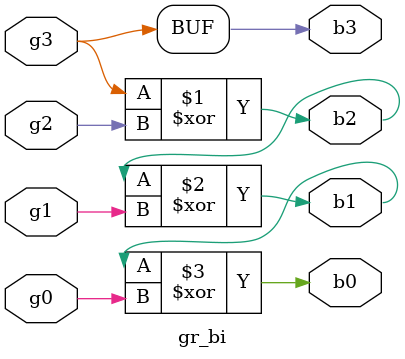
<source format=v>
module gr_bi(
  input g3,g2,g1,g0,
  output b3,b2,b1,b0);
assign b3=g3;
assign b2=b3^g2;
assign b1=b2^g1;
assign b0=b1^g0;
endmodule

</source>
